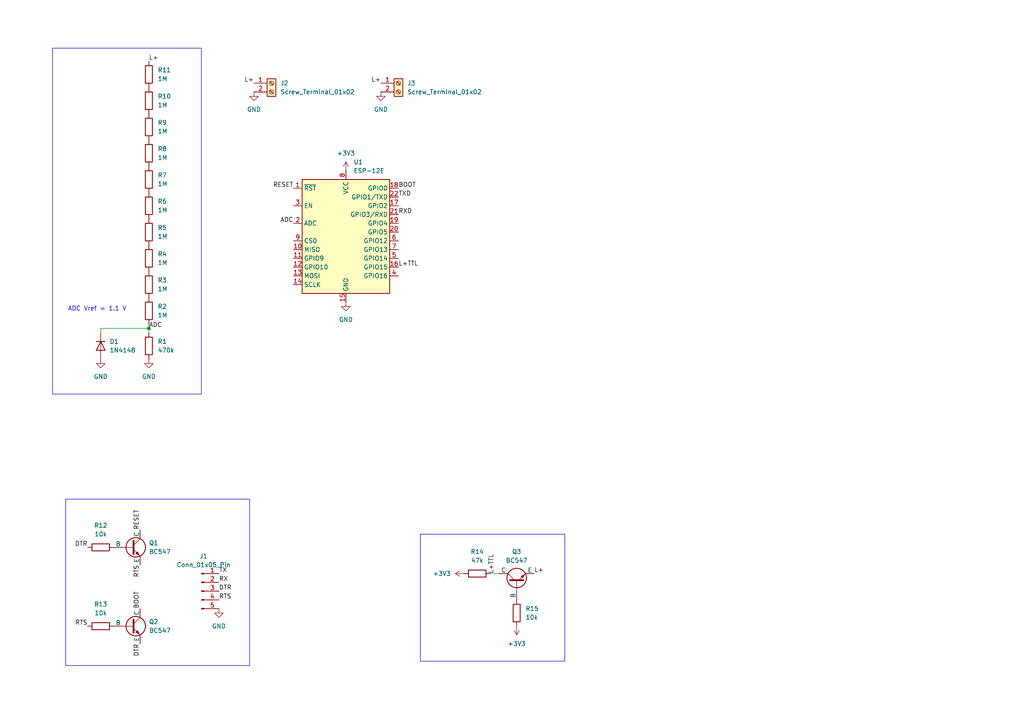
<source format=kicad_sch>
(kicad_sch (version 20231120) (generator "eeschema") (generator_version "8.0")
  (paper "A4")
  (title_block (title "Proel sniffer") (date "2024-10-29") (rev "1") (company "Omnivid"))
  (lib_symbols
    (symbol "Connector:Conn_01x05_Pin" (pin_names (offset 1.016) hide)
      (property "Reference" "J" (at 0 7.62 0))
      (property "Value" "Conn_01x05_Pin" (at 0 -7.62 0))
      (symbol "Conn_01x05_Pin_1_1"
        (polyline (pts (xy 1.27 -5.08) (xy 0.8636 -5.08)) (stroke (width 0.1524)))
        (polyline (pts (xy 1.27 -2.54) (xy 0.8636 -2.54)) (stroke (width 0.1524)))
        (polyline (pts (xy 1.27 0) (xy 0.8636 0)) (stroke (width 0.1524)))
        (polyline (pts (xy 1.27 2.54) (xy 0.8636 2.54)) (stroke (width 0.1524)))
        (polyline (pts (xy 1.27 5.08) (xy 0.8636 5.08)) (stroke (width 0.1524)))
        (rectangle (start 0.8636 -4.953) (end 0 -5.207) (stroke (width 0.1524)) (fill (type outline)))
        (rectangle (start 0.8636 -2.413) (end 0 -2.667) (stroke (width 0.1524)) (fill (type outline)))
        (rectangle (start 0.8636 0.127) (end 0 -0.127) (stroke (width 0.1524)) (fill (type outline)))
        (rectangle (start 0.8636 2.667) (end 0 2.413) (stroke (width 0.1524)) (fill (type outline)))
        (rectangle (start 0.8636 5.207) (end 0 4.953) (stroke (width 0.1524)) (fill (type outline)))
        (pin passive line (at 5.08 5.08 180) (length 3.81) (name "Pin_1") (number "1"))
        (pin passive line (at 5.08 2.54 180) (length 3.81) (name "Pin_2") (number "2"))
        (pin passive line (at 5.08 0 180) (length 3.81) (name "Pin_3") (number "3"))
        (pin passive line (at 5.08 -2.54 180) (length 3.81) (name "Pin_4") (number "4"))
        (pin passive line (at 5.08 -5.08 180) (length 3.81) (name "Pin_5") (number "5"))
      )
    )
    (symbol "Connector:Screw_Terminal_01x02" (pin_names (offset 1.016) hide)
      (property "Reference" "J" (at 0 2.54 0))
      (property "Value" "Screw_Terminal_01x02" (at 0 -5.08 0))
      (symbol "Screw_Terminal_01x02_1_1"
        (rectangle (start -1.27 1.27) (end 1.27 -3.81) (stroke (width 0.254)) (fill (type background)))
        (circle (center 0 -2.54) (radius 0.635) (stroke (width 0.1524)))
        (polyline (pts (xy -0.5334 -2.2098) (xy 0.3302 -3.048)) (stroke (width 0.1524)))
        (polyline (pts (xy -0.5334 0.3302) (xy 0.3302 -0.508)) (stroke (width 0.1524)))
        (polyline (pts (xy -0.3556 -2.032) (xy 0.508 -2.8702)) (stroke (width 0.1524)))
        (polyline (pts (xy -0.3556 0.508) (xy 0.508 -0.3302)) (stroke (width 0.1524)))
        (circle (center 0 0) (radius 0.635) (stroke (width 0.1524)))
        (pin passive line (at -5.08 0 0) (length 3.81) (name "Pin_1") (number "1"))
        (pin passive line (at -5.08 -2.54 0) (length 3.81) (name "Pin_2") (number "2"))
      )
    )
    (symbol "Device:D" (pin_numbers hide) (pin_names (offset 1.016) hide)
      (property "Reference" "D" (at 0 2.54 0))
      (property "Value" "D" (at 0 -2.54 0))
      (symbol "D_0_1"
        (polyline (pts (xy -1.27 1.27) (xy -1.27 -1.27)) (stroke (width 0.254)))
        (polyline (pts (xy 1.27 0) (xy -1.27 0)))
        (polyline (pts (xy 1.27 1.27) (xy 1.27 -1.27) (xy -1.27 0) (xy 1.27 1.27)) (stroke (width 0.254)))
      )
      (symbol "D_1_1"
        (pin passive line (at -3.81 0 0) (length 2.54) (name "K") (number "1"))
        (pin passive line (at 3.81 0 180) (length 2.54) (name "A") (number "2"))
      )
    )
    (symbol "Device:R" (pin_numbers hide) (pin_names (offset 0))
      (property "Reference" "R" (at 2.032 0 90))
      (property "Value" "R" (at 0 0 90))
      (symbol "R_0_1"
        (rectangle (start -1.016 -2.54) (end 1.016 2.54) (stroke (width 0.254)))
      )
      (symbol "R_1_1"
        (pin passive line (at 0 3.81 270) (length 1.27) (name "~") (number "1"))
        (pin passive line (at 0 -3.81 90) (length 1.27) (name "~") (number "2"))
      )
    )
    (symbol "RF_Module:ESP-12E"
      (property "Reference" "U" (at -12.7 19.05 0))
      (property "Value" "ESP-12E" (at 12.7 19.05 0))
      (symbol "ESP-12E_0_1"
        (rectangle (start -12.7 17.78) (end 12.7 -15.24) (stroke (width 0.254)) (fill (type background)))
      )
      (symbol "ESP-12E_1_1"
        (pin input line (at -15.24 15.24 0) (length 2.54) (name "~{RST}") (number "1"))
        (pin bidirectional line (at -15.24 -2.54 0) (length 2.54) (name "MISO") (number "10"))
        (pin bidirectional line (at -15.24 -5.08 0) (length 2.54) (name "GPIO9") (number "11"))
        (pin bidirectional line (at -15.24 -7.62 0) (length 2.54) (name "GPIO10") (number "12"))
        (pin bidirectional line (at -15.24 -10.16 0) (length 2.54) (name "MOSI") (number "13"))
        (pin bidirectional line (at -15.24 -12.7 0) (length 2.54) (name "SCLK") (number "14"))
        (pin power_in line (at 0 -17.78 90) (length 2.54) (name "GND") (number "15"))
        (pin bidirectional line (at 15.24 -7.62 180) (length 2.54) (name "GPIO15") (number "16"))
        (pin bidirectional line (at 15.24 10.16 180) (length 2.54) (name "GPIO2") (number "17"))
        (pin bidirectional line (at 15.24 15.24 180) (length 2.54) (name "GPIO0") (number "18"))
        (pin bidirectional line (at 15.24 5.08 180) (length 2.54) (name "GPIO4") (number "19"))
        (pin input line (at -15.24 5.08 0) (length 2.54) (name "ADC") (number "2"))
        (pin bidirectional line (at 15.24 2.54 180) (length 2.54) (name "GPIO5") (number "20"))
        (pin bidirectional line (at 15.24 7.62 180) (length 2.54) (name "GPIO3/RXD") (number "21"))
        (pin bidirectional line (at 15.24 12.7 180) (length 2.54) (name "GPIO1/TXD") (number "22"))
        (pin input line (at -15.24 10.16 0) (length 2.54) (name "EN") (number "3"))
        (pin bidirectional line (at 15.24 -10.16 180) (length 2.54) (name "GPIO16") (number "4"))
        (pin bidirectional line (at 15.24 -5.08 180) (length 2.54) (name "GPIO14") (number "5"))
        (pin bidirectional line (at 15.24 0 180) (length 2.54) (name "GPIO12") (number "6"))
        (pin bidirectional line (at 15.24 -2.54 180) (length 2.54) (name "GPIO13") (number "7"))
        (pin power_in line (at 0 20.32 270) (length 2.54) (name "VCC") (number "8"))
        (pin input line (at -15.24 0 0) (length 2.54) (name "CS0") (number "9"))
      )
    )
    (symbol "Simulation_SPICE:NPN" (pin_numbers hide) (pin_names (offset 0))
      (property "Reference" "Q" (at -2.54 7.62 0))
      (property "Value" "NPN" (at -2.54 5.08 0))
      (symbol "NPN_0_1"
        (polyline (pts (xy -2.54 0) (xy 0.635 0)) (stroke (width 0.1524)))
        (polyline (pts (xy 0.635 0.635) (xy 2.54 2.54)))
        (polyline (pts (xy 2.794 -1.27) (xy 2.794 -1.27)) (stroke (width 0.1524)))
        (polyline (pts (xy 2.794 -1.27) (xy 2.794 -1.27)) (stroke (width 0.1524)))
        (polyline (pts (xy 0.635 -0.635) (xy 2.54 -2.54) (xy 2.54 -2.54)))
        (polyline (pts (xy 0.635 1.905) (xy 0.635 -1.905) (xy 0.635 -1.905)) (stroke (width 0.508)))
        (polyline (pts (xy 1.27 -1.778) (xy 1.778 -1.27) (xy 2.286 -2.286) (xy 1.27 -1.778) (xy 1.27 -1.778)) (fill (type outline)))
        (circle (center 1.27 0) (radius 2.8194) (stroke (width 0.254)))
      )
      (symbol "NPN_1_1"
        (pin open_collector line (at 2.54 5.08 270) (length 2.54) (name "C") (number "1"))
        (pin input line (at -5.08 0 0) (length 2.54) (name "B") (number "2"))
        (pin open_emitter line (at 2.54 -5.08 90) (length 2.54) (name "E") (number "3"))
      )
    )
    (symbol "power:+3V3" (power) (pin_numbers hide) (pin_names (offset 0) hide)
      (property "Value" "+3V3" (at 0 3.556 0))
      (symbol "+3V3_0_1"
        (polyline (pts (xy -0.762 1.27) (xy 0 2.54)))
        (polyline (pts (xy 0 0) (xy 0 2.54)))
        (polyline (pts (xy 0 2.54) (xy 0.762 1.27)))
      )
      (symbol "+3V3_1_1"
        (pin power_in line (at 0 0 90) (length 0) (name "~") (number "1"))
      )
    )
    (symbol "power:GND" (power) (pin_numbers hide) (pin_names (offset 0) hide)
      (property "Value" "GND" (at 0 -3.81 0))
      (symbol "GND_0_1"
        (polyline (pts (xy 0 0) (xy 0 -1.27) (xy 1.27 -1.27) (xy 0 -2.54) (xy -1.27 -1.27) (xy 0 -1.27)))
      )
      (symbol "GND_1_1"
        (pin power_in line (at 0 0 270) (length 0) (name "~") (number "1"))
      )
    )
  )
  (junction (at 43.18 95.25))
  (wire (pts (xy 142.24 166.37) (xy 144.78 166.37)))
  (wire (pts (xy 29.21 95.25) (xy 43.18 95.25)))
  (wire (pts (xy 43.18 95.25) (xy 43.18 96.52)))
  (wire (pts (xy 29.21 96.52) (xy 29.21 95.25)))
  (wire (pts (xy 43.18 93.98) (xy 43.18 95.25)))
  (rectangle (start 19.05 144.78) (end 72.39 193.04))
  (rectangle (start 121.92 154.94) (end 163.83 191.77))
  (rectangle (start 15.24 13.97) (end 58.42 114.3))
  (text "ADC Vref = 1.1 V" (at 28.194 89.662 0) (effects (font (size 1.27 1.27))))
  (label "TX" (at 63.5 166.37 0))
  (label "RXD" (at 115.57 62.23 0))
  (label "ADC" (at 85.09 64.77 180))
  (label "BOOT" (at 115.57 54.61 0))
  (label "L+" (at 110.49 24.13 180))
  (label "DTR" (at 40.64 186.69 270))
  (label "L+" (at 154.94 166.37 0))
  (label "RTS" (at 25.4 181.61 180))
  (label "DTR" (at 25.4 158.75 180))
  (label "L+" (at 73.66 24.13 180))
  (label "ADC" (at 43.18 95.25 0))
  (label "L+" (at 43.18 17.78 0))
  (label "RTS" (at 40.64 163.83 270))
  (label "L+TTL" (at 115.57 77.47 0))
  (label "BOOT" (at 40.64 176.53 90))
  (label "TXD" (at 115.57 57.15 0))
  (label "RESET" (at 40.64 153.67 90))
  (label "L+TTL" (at 143.51 166.37 90))
  (label "RESET" (at 85.09 54.61 180))
  (label "DTR" (at 63.5 171.45 0))
  (label "RX" (at 63.5 168.91 0))
  (label "RTS" (at 63.5 173.99 0))
  (symbol (lib_id "Device:R") (at 29.21 181.61 90) (unit 1)
    (property "Reference" "R13" (at 29.21 175.26 90))
    (property "Value" "10k" (at 29.21 177.8 90))
    (property "Description" "Resistor" (effects (hide yes)))
  )
  (symbol (lib_id "Simulation_SPICE:NPN") (at 149.86 168.91 90) (unit 1)
    (property "Reference" "Q3" (at 149.86 160.02 90))
    (property "Value" "BC547" (at 149.86 162.56 90))
    (property "Footprint" "Package_TO_SOT_THT:TO-92" (effects (hide yes)))
    (property "Datasheet" "https://ngspice.sourceforge.io/docs/ngspice-html-manual/manual.xhtml#cha_BJTs" (effects (hide yes)))
    (property "Description" "Bipolar transistor symbol for simulation only, substrate tied to the emitter" (effects (hide yes)))
    (property "Sim.Device" "NPN" (effects (hide yes)))
    (property "Sim.Type" "GUMMELPOON" (effects (hide yes)))
    (property "Sim.Pins" "1=C 2=B 3=E" (effects (hide yes)))
  )
  (symbol (lib_id "power:+3V3") (at 134.62 166.37 90) (unit 1)
    (property "Reference" "#PWR06" (effects (hide yes)))
    (property "Value" "+3V3" (at 130.81 166.3699 90) (effects (justify left)))
    (property "Description" "Power symbol creates a global label with name \"+3V3\"" (effects (hide yes)))
  )
  (symbol (lib_id "Connector:Screw_Terminal_01x02") (at 115.57 24.13 0) (unit 1)
    (property "Reference" "J3" (at 118.11 24.1299 0) (effects (justify left)))
    (property "Value" "Screw_Terminal_01x02" (at 118.11 26.6699 0) (effects (justify left)))
    (property "Footprint" "TerminalBlock:TerminalBlock_bornier-2_P5.08mm" (effects (hide yes)))
    (property "Description" "Generic screw terminal, single row, 01x02, script generated (kicad-library-utils/schlib/autogen/connector/)" (effects (hide yes)))
  )
  (symbol (lib_id "Device:D") (at 29.21 100.33 270) (unit 1)
    (property "Reference" "D1" (at 31.75 99.0599 90) (effects (justify left)))
    (property "Value" "1N4148" (at 31.75 101.5999 90) (effects (justify left)))
    (property "Description" "Diode" (effects (hide yes)))
    (property "Sim.Device" "D" (effects (hide yes)))
    (property "Sim.Pins" "1=K 2=A" (effects (hide yes)))
  )
  (symbol (lib_id "power:GND") (at 110.49 26.67 0) (unit 1)
    (property "Reference" "#PWR09" (effects (hide yes)))
    (property "Value" "GND" (at 110.49 31.75 0))
    (property "Description" "Power symbol creates a global label with name \"GND\" , ground" (effects (hide yes)))
  )
  (symbol (lib_id "power:GND") (at 63.5 176.53 0) (unit 1)
    (property "Reference" "#PWR05" (effects (hide yes)))
    (property "Value" "GND" (at 63.5 181.61 0))
    (property "Description" "Power symbol creates a global label with name \"GND\" , ground" (effects (hide yes)))
  )
  (symbol (lib_id "Connector:Screw_Terminal_01x02") (at 78.74 24.13 0) (unit 1)
    (property "Reference" "J2" (at 81.28 24.1299 0) (effects (justify left)))
    (property "Value" "Screw_Terminal_01x02" (at 81.28 26.6699 0) (effects (justify left)))
    (property "Footprint" "TerminalBlock:TerminalBlock_bornier-2_P5.08mm" (effects (hide yes)))
    (property "Description" "Generic screw terminal, single row, 01x02, script generated (kicad-library-utils/schlib/autogen/connector/)" (effects (hide yes)))
  )
  (symbol (lib_id "Device:R") (at 43.18 44.45 0) (unit 1)
    (property "Reference" "R8" (at 45.72 43.1799 0) (effects (justify left)))
    (property "Value" "1M" (at 45.72 45.7199 0) (effects (justify left)))
    (property "Description" "Resistor" (effects (hide yes)))
  )
  (symbol (lib_id "Device:R") (at 43.18 59.69 0) (unit 1)
    (property "Reference" "R6" (at 45.72 58.4199 0) (effects (justify left)))
    (property "Value" "1M" (at 45.72 60.9599 0) (effects (justify left)))
    (property "Description" "Resistor" (effects (hide yes)))
  )
  (symbol (lib_id "Device:R") (at 43.18 74.93 0) (unit 1)
    (property "Reference" "R4" (at 45.72 73.6599 0) (effects (justify left)))
    (property "Value" "1M" (at 45.72 76.1999 0) (effects (justify left)))
    (property "Description" "Resistor" (effects (hide yes)))
  )
  (symbol (lib_id "Connector:Conn_01x05_Pin") (at 58.42 171.45 0) (unit 1)
    (property "Reference" "J1" (at 59.055 161.29 0))
    (property "Value" "Conn_01x05_Pin" (at 59.055 163.83 0))
    (property "Footprint" "Connector_PinHeader_2.54mm:PinHeader_1x05_P2.54mm_Vertical" (effects (hide yes)))
    (property "Description" "Generic connector, single row, 01x05, script generated" (effects (hide yes)))
  )
  (symbol (lib_id "Device:R") (at 149.86 177.8 0) (unit 1)
    (property "Reference" "R15" (at 152.4 176.5299 0) (effects (justify left)))
    (property "Value" "10k" (at 152.4 179.0699 0) (effects (justify left)))
    (property "Description" "Resistor" (effects (hide yes)))
  )
  (symbol (lib_id "Device:R") (at 43.18 21.59 0) (unit 1)
    (property "Reference" "R11" (at 45.72 20.3199 0) (effects (justify left)))
    (property "Value" "1M" (at 45.72 22.8599 0) (effects (justify left)))
    (property "Description" "Resistor" (effects (hide yes)))
  )
  (symbol (lib_id "Device:R") (at 43.18 100.33 0) (unit 1)
    (property "Reference" "R1" (at 45.72 99.0599 0) (effects (justify left)))
    (property "Value" "470k" (at 45.72 101.5999 0) (effects (justify left)))
    (property "Description" "Resistor" (effects (hide yes)))
  )
  (symbol (lib_id "power:+3V3") (at 149.86 181.61 180) (unit 1)
    (property "Reference" "#PWR07" (effects (hide yes)))
    (property "Value" "+3V3" (at 149.86 186.69 0))
    (property "Description" "Power symbol creates a global label with name \"+3V3\"" (effects (hide yes)))
  )
  (symbol (lib_id "Simulation_SPICE:NPN") (at 38.1 181.61 0) (unit 1)
    (property "Reference" "Q2" (at 43.18 180.3399 0) (effects (justify left)))
    (property "Value" "BC547" (at 43.18 182.8799 0) (effects (justify left)))
    (property "Footprint" "Package_TO_SOT_THT:TO-92" (effects (hide yes)))
    (property "Datasheet" "https://ngspice.sourceforge.io/docs/ngspice-html-manual/manual.xhtml#cha_BJTs" (effects (hide yes)))
    (property "Description" "Bipolar transistor symbol for simulation only, substrate tied to the emitter" (effects (hide yes)))
    (property "Sim.Device" "NPN" (effects (hide yes)))
    (property "Sim.Type" "GUMMELPOON" (effects (hide yes)))
    (property "Sim.Pins" "1=C 2=B 3=E" (effects (hide yes)))
  )
  (symbol (lib_id "power:GND") (at 43.18 104.14 0) (unit 1)
    (property "Reference" "#PWR03" (effects (hide yes)))
    (property "Value" "GND" (at 43.18 109.22 0))
    (property "Description" "Power symbol creates a global label with name \"GND\" , ground" (effects (hide yes)))
  )
  (symbol (lib_id "Device:R") (at 43.18 29.21 0) (unit 1)
    (property "Reference" "R10" (at 45.72 27.9399 0) (effects (justify left)))
    (property "Value" "1M" (at 45.72 30.4799 0) (effects (justify left)))
    (property "Description" "Resistor" (effects (hide yes)))
  )
  (symbol (lib_id "Simulation_SPICE:NPN") (at 38.1 158.75 0) (unit 1)
    (property "Reference" "Q1" (at 43.18 157.4799 0) (effects (justify left)))
    (property "Value" "BC547" (at 43.18 160.0199 0) (effects (justify left)))
    (property "Footprint" "Package_TO_SOT_THT:TO-92" (effects (hide yes)))
    (property "Datasheet" "https://ngspice.sourceforge.io/docs/ngspice-html-manual/manual.xhtml#cha_BJTs" (effects (hide yes)))
    (property "Description" "Bipolar transistor symbol for simulation only, substrate tied to the emitter" (effects (hide yes)))
    (property "Sim.Device" "NPN" (effects (hide yes)))
    (property "Sim.Type" "GUMMELPOON" (effects (hide yes)))
    (property "Sim.Pins" "1=C 2=B 3=E" (effects (hide yes)))
  )
  (symbol (lib_id "Device:R") (at 43.18 52.07 0) (unit 1)
    (property "Reference" "R7" (at 45.72 50.7999 0) (effects (justify left)))
    (property "Value" "1M" (at 45.72 53.3399 0) (effects (justify left)))
    (property "Description" "Resistor" (effects (hide yes)))
  )
  (symbol (lib_id "Device:R") (at 43.18 90.17 0) (unit 1)
    (property "Reference" "R2" (at 45.72 88.8999 0) (effects (justify left)))
    (property "Value" "1M" (at 45.72 91.4399 0) (effects (justify left)))
    (property "Description" "Resistor" (effects (hide yes)))
  )
  (symbol (lib_id "Device:R") (at 29.21 158.75 90) (unit 1)
    (property "Reference" "R12" (at 29.21 152.4 90))
    (property "Value" "10k" (at 29.21 154.94 90))
    (property "Description" "Resistor" (effects (hide yes)))
  )
  (symbol (lib_id "Device:R") (at 43.18 67.31 0) (unit 1)
    (property "Reference" "R5" (at 45.72 66.0399 0) (effects (justify left)))
    (property "Value" "1M" (at 45.72 68.5799 0) (effects (justify left)))
    (property "Description" "Resistor" (effects (hide yes)))
  )
  (symbol (lib_id "power:GND") (at 29.21 104.14 0) (unit 1)
    (property "Reference" "#PWR04" (effects (hide yes)))
    (property "Value" "GND" (at 29.21 109.22 0))
    (property "Description" "Power symbol creates a global label with name \"GND\" , ground" (effects (hide yes)))
  )
  (symbol (lib_id "Device:R") (at 43.18 36.83 0) (unit 1)
    (property "Reference" "R9" (at 45.72 35.5599 0) (effects (justify left)))
    (property "Value" "1M" (at 45.72 38.0999 0) (effects (justify left)))
    (property "Description" "Resistor" (effects (hide yes)))
  )
  (symbol (lib_id "Device:R") (at 43.18 82.55 0) (unit 1)
    (property "Reference" "R3" (at 45.72 81.2799 0) (effects (justify left)))
    (property "Value" "1M" (at 45.72 83.8199 0) (effects (justify left)))
    (property "Description" "Resistor" (effects (hide yes)))
  )
  (symbol (lib_id "power:GND") (at 100.33 87.63 0) (unit 1)
    (property "Reference" "#PWR01" (effects (hide yes)))
    (property "Value" "GND" (at 100.33 92.71 0))
    (property "Description" "Power symbol creates a global label with name \"GND\" , ground" (effects (hide yes)))
  )
  (symbol (lib_id "Device:R") (at 138.43 166.37 90) (unit 1)
    (property "Reference" "R14" (at 138.43 160.02 90))
    (property "Value" "47k" (at 138.43 162.56 90))
    (property "Description" "Resistor" (effects (hide yes)))
  )
  (symbol (lib_id "power:+3V3") (at 100.33 49.53 0) (unit 1)
    (property "Reference" "#PWR02" (effects (hide yes)))
    (property "Value" "+3V3" (at 100.33 44.45 0))
    (property "Description" "Power symbol creates a global label with name \"+3V3\"" (effects (hide yes)))
  )
  (symbol (lib_id "RF_Module:ESP-12E") (at 100.33 69.85 0) (unit 1)
    (property "Reference" "U1" (at 102.5241 46.99 0) (effects (justify left)))
    (property "Value" "ESP-12E" (at 102.5241 49.53 0) (effects (justify left)))
    (property "Footprint" "RF_Module:ESP-12E" (effects (hide yes)))
    (property "Datasheet" "http://wiki.ai-thinker.com/_media/esp8266/esp8266_series_modules_user_manual_v1.1.pdf" (effects (hide yes)))
    (property "Description" "802.11 b/g/n Wi-Fi Module" (effects (hide yes)))
  )
  (symbol (lib_id "power:GND") (at 73.66 26.67 0) (unit 1)
    (property "Reference" "#PWR08" (effects (hide yes)))
    (property "Value" "GND" (at 73.66 31.75 0))
    (property "Description" "Power symbol creates a global label with name \"GND\" , ground" (effects (hide yes)))
  )
)
</source>
